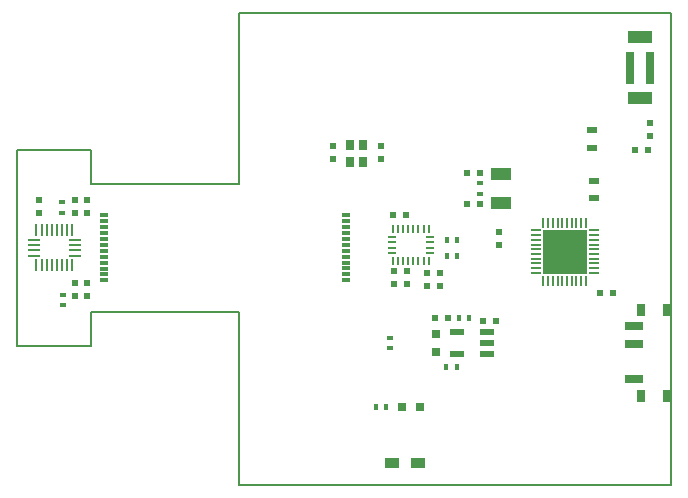
<source format=gbr>
%TF.GenerationSoftware,KiCad,Pcbnew,4.0.7*%
%TF.CreationDate,2019-04-11T13:09:23-05:00*%
%TF.ProjectId,GolfGloveMainBoardV1.0.0,476F6C66476C6F76654D61696E426F61,rev?*%
%TF.FileFunction,Paste,Top*%
%FSLAX46Y46*%
G04 Gerber Fmt 4.6, Leading zero omitted, Abs format (unit mm)*
G04 Created by KiCad (PCBNEW 4.0.7) date 04/11/19 13:09:23*
%MOMM*%
%LPD*%
G01*
G04 APERTURE LIST*
%ADD10C,0.100000*%
%ADD11C,0.150000*%
%ADD12R,0.700000X0.300000*%
%ADD13R,0.280000X0.750000*%
%ADD14R,0.750000X0.280000*%
%ADD15R,0.280000X1.060000*%
%ADD16R,1.060000X0.280000*%
%ADD17R,0.810000X0.220000*%
%ADD18R,0.220000X0.810000*%
%ADD19R,3.700000X3.700000*%
%ADD20R,2.000000X1.000000*%
%ADD21R,0.700000X2.800000*%
%ADD22R,0.600000X0.500000*%
%ADD23R,0.500000X0.600000*%
%ADD24R,0.750000X0.800000*%
%ADD25R,0.900000X0.500000*%
%ADD26R,0.400000X0.600000*%
%ADD27R,0.600000X0.400000*%
%ADD28R,1.500000X0.700000*%
%ADD29R,0.800000X1.000000*%
%ADD30R,1.270000X0.558800*%
%ADD31R,0.800000X0.900000*%
%ADD32R,1.800000X1.000000*%
%ADD33R,1.200000X0.900000*%
%ADD34R,0.800000X0.750000*%
G04 APERTURE END LIST*
D10*
D11*
X148925000Y-151345000D02*
X148925000Y-151355000D01*
X112365000Y-151345000D02*
X148925000Y-151345000D01*
X112365000Y-136675000D02*
X112365000Y-151345000D01*
X99805000Y-136675000D02*
X112365000Y-136675000D01*
X99805000Y-139585000D02*
X99805000Y-136675000D01*
X93605000Y-139585000D02*
X99805000Y-139585000D01*
X93605000Y-122935000D02*
X93605000Y-139585000D01*
X99805000Y-122935000D02*
X93605000Y-122935000D01*
X99805000Y-125835000D02*
X99805000Y-122935000D01*
X112375000Y-125835000D02*
X99805000Y-125835000D01*
X112375000Y-111355000D02*
X112375000Y-125835000D01*
X148925000Y-111355000D02*
X112375000Y-111355000D01*
X148925000Y-151345000D02*
X148925000Y-111355000D01*
D10*
G36*
X138460000Y-131394962D02*
X138460000Y-130085000D01*
X139769962Y-130085000D01*
X139769962Y-131394962D01*
X138460000Y-131394962D01*
G37*
G36*
X138460000Y-133065790D02*
X138460000Y-131755000D01*
X139769905Y-131755000D01*
X139769905Y-133065790D01*
X138460000Y-133065790D01*
G37*
G36*
X140130000Y-133065050D02*
X140130000Y-131755000D01*
X141440050Y-131755000D01*
X141440050Y-133065050D01*
X140130000Y-133065050D01*
G37*
G36*
X140130000Y-131394770D02*
X140130000Y-130085000D01*
X141441910Y-130085000D01*
X141441910Y-131394770D01*
X140130000Y-131394770D01*
G37*
D12*
X100960000Y-134010000D03*
X100960000Y-133510000D03*
X100960000Y-133010000D03*
X100960000Y-132510000D03*
X100960000Y-132010000D03*
X100960000Y-131510000D03*
X100960000Y-131010000D03*
X100960000Y-128510000D03*
X100960000Y-129510000D03*
X100960000Y-130010000D03*
X100960000Y-130510000D03*
X100960000Y-129010000D03*
D13*
X128430000Y-132360000D03*
D14*
X128520000Y-131660000D03*
X128520000Y-131230000D03*
X128520000Y-130800000D03*
X128520000Y-130370000D03*
D13*
X128430000Y-129670000D03*
X128000000Y-129670000D03*
X127570000Y-129670000D03*
X127140000Y-129670000D03*
X126710000Y-129670000D03*
X126280000Y-129670000D03*
X125850000Y-129670000D03*
X125420000Y-129670000D03*
D14*
X125330000Y-130370000D03*
X125330000Y-130800000D03*
X125330000Y-131230000D03*
X125330000Y-131660000D03*
D13*
X125420000Y-132360000D03*
X125850000Y-132360000D03*
X126280000Y-132360000D03*
X126710000Y-132360000D03*
X127140000Y-132360000D03*
X127570000Y-132360000D03*
X128000000Y-132360000D03*
D15*
X98235000Y-132745000D03*
D16*
X98465000Y-131905000D03*
X98465000Y-131475000D03*
X98465000Y-131045000D03*
X98465000Y-130615000D03*
D15*
X98235000Y-129775000D03*
X97805000Y-129775000D03*
X97375000Y-129775000D03*
X96945000Y-129775000D03*
X96515000Y-129775000D03*
X96085000Y-129775000D03*
X95655000Y-129775000D03*
X95225000Y-129775000D03*
D16*
X94995000Y-130615000D03*
X94995000Y-131045000D03*
X94995000Y-131475000D03*
X94995000Y-131905000D03*
D15*
X95225000Y-132745000D03*
X95655000Y-132745000D03*
X96085000Y-132745000D03*
X96515000Y-132745000D03*
X96945000Y-132745000D03*
X97375000Y-132745000D03*
X97805000Y-132745000D03*
D17*
X142405000Y-133375000D03*
X142405000Y-132975000D03*
X142405000Y-132575000D03*
X142405000Y-132175000D03*
X142405000Y-131775000D03*
X142405000Y-131375000D03*
X142405000Y-130975000D03*
X142405000Y-130575000D03*
X142405000Y-130175000D03*
X142405000Y-129775000D03*
X137495000Y-129775000D03*
X137495000Y-130175000D03*
X137495000Y-130575000D03*
X137495000Y-130975000D03*
X137495000Y-131375000D03*
X137495000Y-131775000D03*
X137495000Y-132175000D03*
X137495000Y-132575000D03*
X137495000Y-132975000D03*
X137495000Y-133375000D03*
D18*
X138150000Y-134030000D03*
X138550000Y-134030000D03*
X138950000Y-134030000D03*
X139350000Y-134030000D03*
X139750000Y-134030000D03*
X140150000Y-134030000D03*
X140550000Y-134030000D03*
X140950000Y-134030000D03*
X141350000Y-134030000D03*
X141750000Y-134030000D03*
X141750000Y-129120000D03*
X141350000Y-129120000D03*
X140950000Y-129120000D03*
X140550000Y-129120000D03*
X140150000Y-129120000D03*
X139750000Y-129120000D03*
X139350000Y-129120000D03*
X138950000Y-129120000D03*
X138550000Y-129120000D03*
X138150000Y-129120000D03*
D19*
X139950000Y-131575000D03*
D12*
X121395000Y-128500000D03*
X121395000Y-129000000D03*
X121395000Y-129500000D03*
X121395000Y-130000000D03*
X121395000Y-130500000D03*
X121395000Y-131000000D03*
X121395000Y-131500000D03*
X121395000Y-134000000D03*
X121395000Y-133000000D03*
X121395000Y-132500000D03*
X121395000Y-132000000D03*
X121395000Y-133500000D03*
D20*
X146337500Y-118587500D03*
X146337500Y-113387500D03*
D21*
X145487500Y-115987500D03*
X147187500Y-115987500D03*
D22*
X130067500Y-137227500D03*
X128967500Y-137227500D03*
X133017500Y-137452500D03*
X134117500Y-137452500D03*
X125475000Y-134315000D03*
X126575000Y-134315000D03*
X126475000Y-128515000D03*
X125375000Y-128515000D03*
D23*
X128325000Y-134465000D03*
X128325000Y-133365000D03*
D22*
X132750000Y-124950000D03*
X131650000Y-124950000D03*
X131650000Y-127550000D03*
X132750000Y-127550000D03*
X125475000Y-133215000D03*
X126575000Y-133215000D03*
D23*
X129425000Y-133365000D03*
X129425000Y-134465000D03*
X99480000Y-128310000D03*
X99480000Y-127210000D03*
D22*
X142940000Y-135090000D03*
X144040000Y-135090000D03*
D23*
X134365000Y-129935000D03*
X134365000Y-131035000D03*
X99480000Y-134210000D03*
X99480000Y-135310000D03*
X98480000Y-128310000D03*
X98480000Y-127210000D03*
X95480000Y-127210000D03*
X95480000Y-128310000D03*
X98480000Y-134210000D03*
X98480000Y-135310000D03*
X120300000Y-122650000D03*
X120300000Y-123750000D03*
X124400000Y-123750000D03*
X124400000Y-122650000D03*
D24*
X129092500Y-138552500D03*
X129092500Y-140052500D03*
D25*
X142425000Y-125575000D03*
X142425000Y-127075000D03*
X142275000Y-121300000D03*
X142275000Y-122800000D03*
D26*
X130817500Y-141302500D03*
X129917500Y-141302500D03*
X131867500Y-137202500D03*
X130967500Y-137202500D03*
D27*
X125200000Y-138850000D03*
X125200000Y-139750000D03*
X132750000Y-125800000D03*
X132750000Y-126700000D03*
D26*
X129975000Y-131915000D03*
X130875000Y-131915000D03*
X129975000Y-130565000D03*
X130875000Y-130565000D03*
D27*
X97480000Y-135210000D03*
X97480000Y-136110000D03*
X97380000Y-128310000D03*
X97380000Y-127410000D03*
D28*
X145795000Y-142375000D03*
X145795000Y-139375000D03*
X145795000Y-137875000D03*
D29*
X148655000Y-143775000D03*
X148655000Y-136475000D03*
X146445000Y-136475000D03*
X146445000Y-143775000D03*
D30*
X133387900Y-140267300D03*
X133387900Y-139327500D03*
X133387900Y-138387700D03*
X130797100Y-138387700D03*
X130797100Y-140267300D03*
D23*
X147150000Y-121750000D03*
X147150000Y-120650000D03*
D22*
X145900000Y-122950000D03*
X147000000Y-122950000D03*
D31*
X121750000Y-122550000D03*
X121750000Y-123950000D03*
X122850000Y-123950000D03*
X122850000Y-122550000D03*
D32*
X134550000Y-125000000D03*
X134550000Y-127500000D03*
D33*
X125350000Y-149500000D03*
X127550000Y-149500000D03*
D34*
X126200000Y-144750000D03*
X127700000Y-144750000D03*
D26*
X124850000Y-144750000D03*
X123950000Y-144750000D03*
M02*

</source>
